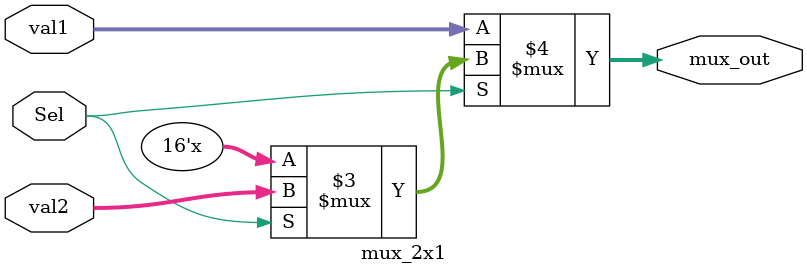
<source format=v>
/*--------------------------------------------------------------------------
    File Name :mux_2x1.v
    File Description :
    Project Name :
    Author Name : abhaysinh chavda
    Creation Date : 19-03-2020
    Last Modified : Saturday 21 March 2020 10:45:42 PM IST
    Version :
    Organization : eitra        
--------------------------------------------------------------------------*/

`timescale 10ns/10ns

module mux_2x1(
	output [15:0] mux_out,
	input [15:0] val1,val2,
	input Sel);

	assign mux_out = (Sel == 1'b0) ? val1 : ((Sel == 1'b1) ? val2 : 16'bzzzz_zzzz_zzzz_zzzz);
					

endmodule

</source>
